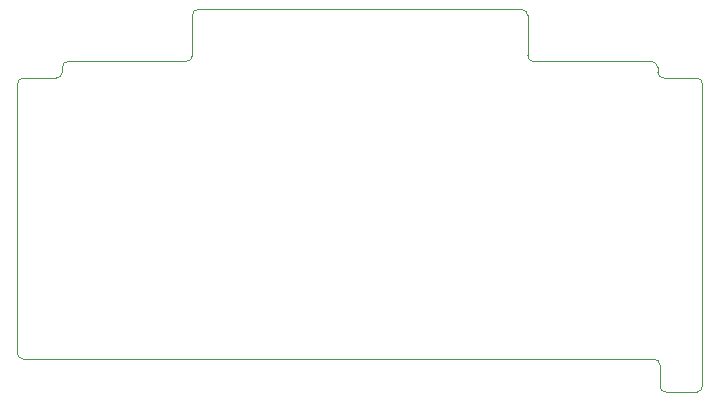
<source format=gko>
%TF.GenerationSoftware,KiCad,Pcbnew,8.0.1*%
%TF.CreationDate,2024-06-15T14:56:54+02:00*%
%TF.ProjectId,BMW E30 VFL SI Indicator V2,424d5720-4533-4302-9056-464c20534920,rev?*%
%TF.SameCoordinates,Original*%
%TF.FileFunction,Profile,NP*%
%FSLAX46Y46*%
G04 Gerber Fmt 4.6, Leading zero omitted, Abs format (unit mm)*
G04 Created by KiCad (PCBNEW 8.0.1) date 2024-06-15 14:56:54*
%MOMM*%
%LPD*%
G01*
G04 APERTURE LIST*
%TA.AperFunction,Profile*%
%ADD10C,0.050000*%
%TD*%
G04 APERTURE END LIST*
D10*
X124700000Y-78200000D02*
X121900000Y-78200000D01*
X125200000Y-77300000D02*
X125200000Y-77700000D01*
X135700000Y-76800000D02*
X125700000Y-76800000D01*
X136200000Y-72900000D02*
X136200000Y-76300000D01*
X136700000Y-72400000D02*
X164100000Y-72400000D01*
X164600000Y-76300000D02*
X164600000Y-72900000D01*
X175100000Y-76800000D02*
X165100000Y-76800000D01*
X175600000Y-77700000D02*
X175600000Y-77300000D01*
X178900000Y-78200000D02*
X176100000Y-78200000D01*
X179396447Y-104296447D02*
X179396447Y-78700000D01*
X176303553Y-104796447D02*
X178896447Y-104796447D01*
X175800000Y-102500000D02*
X175800000Y-104296447D01*
X121900000Y-102000000D02*
X175300000Y-102000000D01*
X121400000Y-78700000D02*
X121400000Y-101500000D01*
X175300000Y-102000000D02*
G75*
G02*
X175800000Y-102500000I0J-500000D01*
G01*
X121900000Y-102000000D02*
G75*
G02*
X121400000Y-101500000I0J500000D01*
G01*
X121400000Y-78700000D02*
G75*
G02*
X121900000Y-78200000I500000J0D01*
G01*
X125200000Y-77700000D02*
G75*
G02*
X124700000Y-78200000I-500000J0D01*
G01*
X125200000Y-77300000D02*
G75*
G02*
X125700000Y-76800000I500000J0D01*
G01*
X136200000Y-76300000D02*
G75*
G02*
X135700000Y-76800000I-500000J0D01*
G01*
X136200000Y-72900000D02*
G75*
G02*
X136700000Y-72400000I500000J0D01*
G01*
X164100000Y-72400000D02*
G75*
G02*
X164600000Y-72900000I0J-500000D01*
G01*
X165100000Y-76800000D02*
G75*
G02*
X164600000Y-76300000I0J500000D01*
G01*
X175100000Y-76800000D02*
G75*
G02*
X175600000Y-77300000I0J-500000D01*
G01*
X176100000Y-78200000D02*
G75*
G02*
X175600000Y-77700000I0J500000D01*
G01*
X178900000Y-78200000D02*
G75*
G02*
X179400000Y-78700000I0J-500000D01*
G01*
X179396447Y-104296447D02*
G75*
G02*
X178896447Y-104796447I-500000J0D01*
G01*
X176303553Y-104796447D02*
G75*
G02*
X175803553Y-104296447I0J500000D01*
G01*
M02*

</source>
